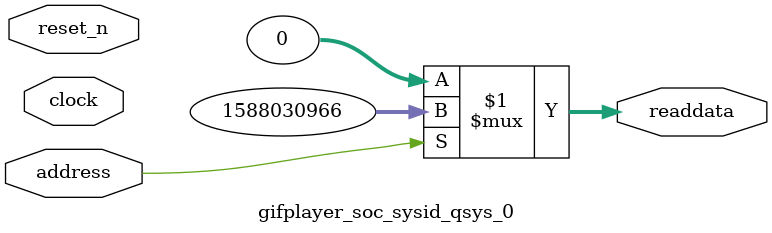
<source format=v>



// synthesis translate_off
`timescale 1ns / 1ps
// synthesis translate_on

// turn off superfluous verilog processor warnings 
// altera message_level Level1 
// altera message_off 10034 10035 10036 10037 10230 10240 10030 

module gifplayer_soc_sysid_qsys_0 (
               // inputs:
                address,
                clock,
                reset_n,

               // outputs:
                readdata
             )
;

  output  [ 31: 0] readdata;
  input            address;
  input            clock;
  input            reset_n;

  wire    [ 31: 0] readdata;
  //control_slave, which is an e_avalon_slave
  assign readdata = address ? 1588030966 : 0;

endmodule



</source>
